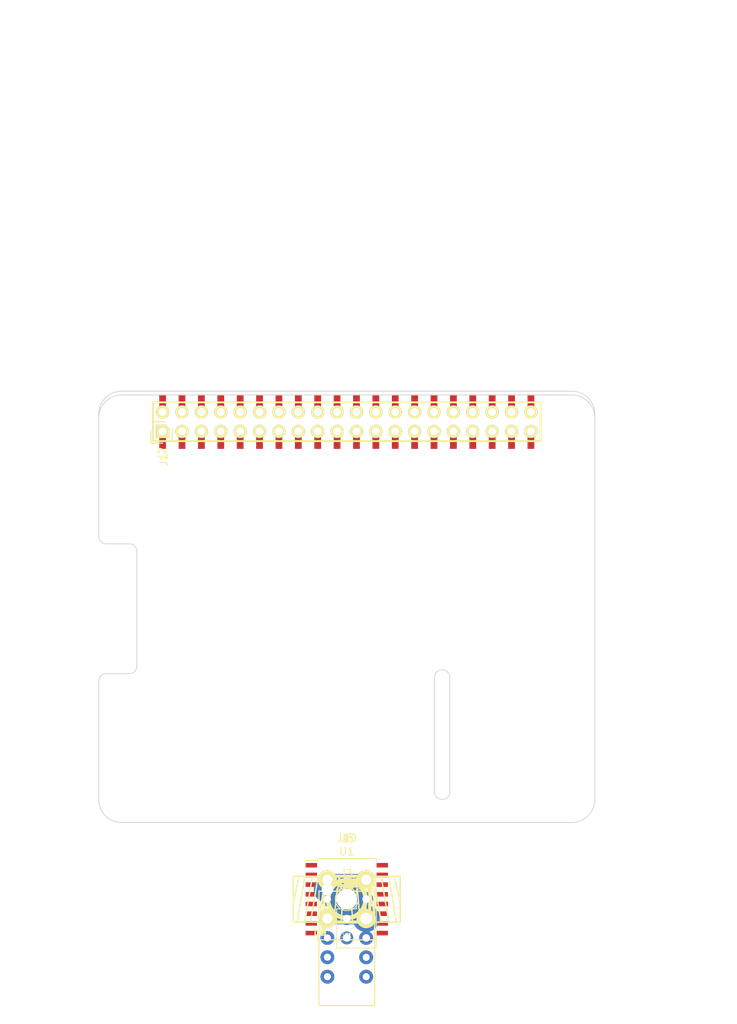
<source format=kicad_pcb>
(kicad_pcb (version 20221018) (generator pcbnew)
  (layers (0 "F.Cu" signal) (31 "B.Cu" signal) (34 "B.Paste" user) (35 "F.Paste" user) (36 "B.SilkS" user "B.Silkscreen") (37 "F.SilkS" user "F.Silkscreen") (38 "B.Mask" user) (39 "F.Mask" user) (44 "Edge.Cuts" user))
  (net 0 "")
  (net 1 "5V")
  (net 2 "GND")
  (net 3 "Net-(C3-Pad1)")
  (net 4 "Net-(C3-Pad2)")
  (net 5 "Net-(C4-Pad1)")
  (net 6 "Net-(C10-Pad1)")
  (net 7 "Net-(C10-Pad2)")
  (net 8 "Net-(C11-Pad1)")
  (net 9 "Net-(C18-Pad1)")
  (net 10 "Net-(C18-Pad2)")
  (net 11 "Net-(C19-Pad1)")
  (net 12 "Net-(J4-Pad2)")
  (net 13 "Net-(J4-Pad4)")
  (net 14 "Net-(J4-Pad6)")
  (net 15 "Net-(J5-Pad32)")
  (net 16 "Net-(J6-Pad2)")
  (net 17 "Net-(J8-Pad1)")
  (net 18 "Net-(J8-Pad2)")
  (net 19 "Net-(J10-Pad1)")
  (net 20 "Net-(J10-Pad2)")
  (net 21 "SCL")
  (net 22 "SDA")
  (net 23 "Net-(R3-Pad2)")
  (net 24 "2.5MHz")
  (net 25 "6MHz")
  (net 26 "12MHz")
  (footprint "RPi_Hat:RPi_Hat_Mounting_Hole" (layer "F.Cu") (at 142.5 53.4)
    (fp_text reference "" hide)
    (fp_text value "" hide)
    (pad "" np_thru_hole circle locked (at 0 0) (size 2.75 2.75) (drill 2.75) (layers "*.Cu" "*.Mask") (clearance 1.725))
  )
  (footprint "RPi_Hat:RPi_Hat_Mounting_Hole" (layer "F.Cu") (at 84.5 53.4)
    (fp_text reference "" hide)
    (fp_text value "" hide)
    (pad "" np_thru_hole circle locked (at 0 0) (size 2.75 2.75) (drill 2.75) (layers "*.Cu" "*.Mask") (clearance 1.725))
  )
  (footprint "RPi_Hat:RPi_Hat_Mounting_Hole" (layer "F.Cu") (at 84.5 102.4)
    (fp_text reference "" hide)
    (fp_text value "" hide)
    (pad "" np_thru_hole circle locked (at 0 0) (size 2.75 2.75) (drill 2.75) (layers "*.Cu" "*.Mask") (clearance 1.725))
  )
  (footprint "RPi_Hat:RPi_Hat_Mounting_Hole" (layer "F.Cu") (at 142.5 102.4)
    (fp_text reference "" hide)
    (fp_text value "" hide)
    (pad "" np_thru_hole circle locked (at 0 0) (size 2.75 2.75) (drill 2.75) (layers "*.Cu" "*.Mask") (clearance 1.725))
  )
  (footprint "RPi_Hat:Pin_Header_Straight_2x20" (layer "F.Cu") (at 113.5 53.4 90)
    (fp_text reference "J2" (at -4.191 -24.13 270) (layer "F.SilkS"))
    (fp_text value "Conn_01x01")
    (pad "1" thru_hole rect locked (at -1.27 -24.13 90) (size 1.7272 1.7272) (drill 1.016) (layers "*.Cu" "*.Mask" "F.SilkS") (net 2 "GND"))
    (pad "2" thru_hole oval locked (at 1.27 -24.13 90) (size 1.7272 1.7272) (drill 1.016) (layers "*.Cu" "*.Mask" "F.SilkS"))
    (pad "3" thru_hole oval locked (at -1.27 -21.59 90) (size 1.7272 1.7272) (drill 1.016) (layers "*.Cu" "*.Mask" "F.SilkS"))
    (pad "4" thru_hole oval locked (at 1.27 -21.59 90) (size 1.7272 1.7272) (drill 1.016) (layers "*.Cu" "*.Mask" "F.SilkS"))
    (pad "5" thru_hole oval locked (at -1.27 -19.05 90) (size 1.7272 1.7272) (drill 1.016) (layers "*.Cu" "*.Mask" "F.SilkS"))
    (pad "6" thru_hole oval locked (at 1.27 -19.05 90) (size 1.7272 1.7272) (drill 1.016) (layers "*.Cu" "*.Mask" "F.SilkS"))
    (pad "7" thru_hole oval locked (at -1.27 -16.51 90) (size 1.7272 1.7272) (drill 1.016) (layers "*.Cu" "*.Mask" "F.SilkS"))
    (pad "8" thru_hole oval locked (at 1.27 -16.51 90) (size 1.7272 1.7272) (drill 1.016) (layers "*.Cu" "*.Mask" "F.SilkS"))
    (pad "9" thru_hole oval locked (at -1.27 -13.97 90) (size 1.7272 1.7272) (drill 1.016) (layers "*.Cu" "*.Mask" "F.SilkS"))
    (pad "10" thru_hole oval locked (at 1.27 -13.97 90) (size 1.7272 1.7272) (drill 1.016) (layers "*.Cu" "*.Mask" "F.SilkS"))
    (pad "11" thru_hole oval locked (at -1.27 -11.43 90) (size 1.7272 1.7272) (drill 1.016) (layers "*.Cu" "*.Mask" "F.SilkS"))
    (pad "12" thru_hole oval locked (at 1.27 -11.43 90) (size 1.7272 1.7272) (drill 1.016) (layers "*.Cu" "*.Mask" "F.SilkS"))
    (pad "13" thru_hole oval locked (at -1.27 -8.89 90) (size 1.7272 1.7272) (drill 1.016) (layers "*.Cu" "*.Mask" "F.SilkS"))
    (pad "14" thru_hole oval locked (at 1.27 -8.89 90) (size 1.7272 1.7272) (drill 1.016) (layers "*.Cu" "*.Mask" "F.SilkS"))
    (pad "15" thru_hole oval locked (at -1.27 -6.35 90) (size 1.7272 1.7272) (drill 1.016) (layers "*.Cu" "*.Mask" "F.SilkS"))
    (pad "16" thru_hole oval locked (at 1.27 -6.35 90) (size 1.7272 1.7272) (drill 1.016) (layers "*.Cu" "*.Mask" "F.SilkS"))
    (pad "17" thru_hole oval locked (at -1.27 -3.81 90) (size 1.7272 1.7272) (drill 1.016) (layers "*.Cu" "*.Mask" "F.SilkS"))
    (pad "18" thru_hole oval locked (at 1.27 -3.81 90) (size 1.7272 1.7272) (drill 1.016) (layers "*.Cu" "*.Mask" "F.SilkS"))
    (pad "19" thru_hole oval locked (at -1.27 -1.27 90) (size 1.7272 1.7272) (drill 1.016) (layers "*.Cu" "*.Mask" "F.SilkS"))
    (pad "20" thru_hole oval locked (at 1.27 -1.27 90) (size 1.7272 1.7272) (drill 1.016) (layers "*.Cu" "*.Mask" "F.SilkS"))
    (pad "21" thru_hole oval locked (at -1.27 1.27 90) (size 1.7272 1.7272) (drill 1.016) (layers "*.Cu" "*.Mask" "F.SilkS"))
    (pad "22" thru_hole oval locked (at 1.27 1.27 90) (size 1.7272 1.7272) (drill 1.016) (layers "*.Cu" "*.Mask" "F.SilkS"))
    (pad "23" thru_hole oval locked (at -1.27 3.81 90) (size 1.7272 1.7272) (drill 1.016) (layers "*.Cu" "*.Mask" "F.SilkS"))
    (pad "24" thru_hole oval locked (at 1.27 3.81 90) (size 1.7272 1.7272) (drill 1.016) (layers "*.Cu" "*.Mask" "F.SilkS"))
    (pad "25" thru_hole oval locked (at -1.27 6.35 90) (size 1.7272 1.7272) (drill 1.016) (layers "*.Cu" "*.Mask" "F.SilkS"))
    (pad "26" thru_hole oval locked (at 1.27 6.35 90) (size 1.7272 1.7272) (drill 1.016) (layers "*.Cu" "*.Mask" "F.SilkS"))
    (pad "27" thru_hole oval locked (at -1.27 8.89 90) (size 1.7272 1.7272) (drill 1.016) (layers "*.Cu" "*.Mask" "F.SilkS"))
    (pad "28" thru_hole oval locked (at 1.27 8.89 90) (size 1.7272 1.7272) (drill 1.016) (layers "*.Cu" "*.Mask" "F.SilkS"))
    (pad "29" thru_hole oval locked (at -1.27 11.43 90) (size 1.7272 1.7272) (drill 1.016) (layers "*.Cu" "*.Mask" "F.SilkS"))
    (pad "30" thru_hole oval locked (at 1.27 11.43 90) (size 1.7272 1.7272) (drill 1.016) (layers "*.Cu" "*.Mask" "F.SilkS"))
    (pad "31" thru_hole oval locked (at -1.27 13.97 90) (size 1.7272 1.7272) (drill 1.016) (layers "*.Cu" "*.Mask" "F.SilkS"))
    (pad "32" thru_hole oval locked (at 1.27 13.97 90) (size 1.7272 1.7272) (drill 1.016) (layers "*.Cu" "*.Mask" "F.SilkS"))
    (pad "33" thru_hole oval locked (at -1.27 16.51 90) (size 1.7272 1.7272) (drill 1.016) (layers "*.Cu" "*.Mask" "F.SilkS"))
    (pad "34" thru_hole oval locked (at 1.27 16.51 90) (size 1.7272 1.7272) (drill 1.016) (layers "*.Cu" "*.Mask" "F.SilkS"))
    (pad "35" thru_hole oval locked (at -1.27 19.05 90) (size 1.7272 1.7272) (drill 1.016) (layers "*.Cu" "*.Mask" "F.SilkS"))
    (pad "36" thru_hole oval locked (at 1.27 19.05 90) (size 1.7272 1.7272) (drill 1.016) (layers "*.Cu" "*.Mask" "F.SilkS"))
    (pad "37" thru_hole oval locked (at -1.27 21.59 90) (size 1.7272 1.7272) (drill 1.016) (layers "*.Cu" "*.Mask" "F.SilkS"))
    (pad "38" thru_hole oval locked (at 1.27 21.59 90) (size 1.7272 1.7272) (drill 1.016) (layers "*.Cu" "*.Mask" "F.SilkS"))
    (pad "39" thru_hole oval locked (at -1.27 24.13 90) (size 1.7272 1.7272) (drill 1.016) (layers "*.Cu" "*.Mask" "F.SilkS"))
    (pad "40" thru_hole oval locked (at 1.27 24.13 90) (size 1.7272 1.7272) (drill 1.016) (layers "*.Cu" "*.Mask" "F.SilkS"))
  )
  (footprint "RPi_Hat:Samtec_HLE-120-02-XXX-DV-BE-XX-XX" (layer "F.Cu") (at 113.5 53.4 90)
    (fp_text reference "J1" (at -5 -24 90) (layer "F.SilkS"))
    (fp_text value "RPi_GPIO")
    (pad "" np_thru_hole circle locked (at -1.27 -24.13) (size 0.9652 0.9652) (drill 0.9652) (layers "*.Cu" "*.Mask" "F.SilkS"))
    (pad "" np_thru_hole circle locked (at -1.27 -21.59) (size 0.9652 0.9652) (drill 0.9652) (layers "*.Cu" "*.Mask" "F.SilkS"))
    (pad "" np_thru_hole circle locked (at -1.27 -19.05) (size 0.9652 0.9652) (drill 0.9652) (layers "*.Cu" "*.Mask" "F.SilkS"))
    (pad "" np_thru_hole circle locked (at -1.27 -16.51) (size 0.9652 0.9652) (drill 0.9652) (layers "*.Cu" "*.Mask" "F.SilkS"))
    (pad "" np_thru_hole circle locked (at -1.27 -13.97) (size 0.9652 0.9652) (drill 0.9652) (layers "*.Cu" "*.Mask" "F.SilkS"))
    (pad "" np_thru_hole circle locked (at -1.27 -11.43) (size 0.9652 0.9652) (drill 0.9652) (layers "*.Cu" "*.Mask" "F.SilkS"))
    (pad "" np_thru_hole circle locked (at -1.27 -8.89) (size 0.9652 0.9652) (drill 0.9652) (layers "*.Cu" "*.Mask" "F.SilkS"))
    (pad "" np_thru_hole circle locked (at -1.27 -6.35) (size 0.9652 0.9652) (drill 0.9652) (layers "*.Cu" "*.Mask" "F.SilkS"))
    (pad "" np_thru_hole circle locked (at -1.27 -3.81) (size 0.9652 0.9652) (drill 0.9652) (layers "*.Cu" "*.Mask" "F.SilkS"))
    (pad "" np_thru_hole circle locked (at -1.27 -1.27) (size 0.9652 0.9652) (drill 0.9652) (layers "*.Cu" "*.Mask" "F.SilkS"))
    (pad "" np_thru_hole circle locked (at -1.27 1.27) (size 0.9652 0.9652) (drill 0.9652) (layers "*.Cu" "*.Mask" "F.SilkS"))
    (pad "" np_thru_hole circle locked (at -1.27 3.81) (size 0.9652 0.9652) (drill 0.9652) (layers "*.Cu" "*.Mask" "F.SilkS"))
    (pad "" np_thru_hole circle locked (at -1.27 6.35) (size 0.9652 0.9652) (drill 0.9652) (layers "*.Cu" "*.Mask" "F.SilkS"))
    (pad "" np_thru_hole circle locked (at -1.27 8.89) (size 0.9652 0.9652) (drill 0.9652) (layers "*.Cu" "*.Mask" "F.SilkS"))
    (pad "" np_thru_hole circle locked (at -1.27 11.43) (size 0.9652 0.9652) (drill 0.9652) (layers "*.Cu" "*.Mask" "F.SilkS"))
    (pad "" np_thru_hole circle locked (at -1.27 13.97) (size 0.9652 0.9652) (drill 0.9652) (layers "*.Cu" "*.Mask" "F.SilkS"))
    (pad "" np_thru_hole circle locked (at -1.27 16.51) (size 0.9652 0.9652) (drill 0.9652) (layers "*.Cu" "*.Mask" "F.SilkS"))
    (pad "" np_thru_hole circle locked (at -1.27 19.05) (size 0.9652 0.9652) (drill 0.9652) (layers "*.Cu" "*.Mask" "F.SilkS"))
    (pad "" np_thru_hole circle locked (at -1.27 21.59) (size 0.9652 0.9652) (drill 0.9652) (layers "*.Cu" "*.Mask" "F.SilkS"))
    (pad "" np_thru_hole circle locked (at -1.27 24.13) (size 0.9652 0.9652) (drill 0.9652) (layers "*.Cu" "*.Mask" "F.SilkS"))
    (pad "" np_thru_hole circle locked (at 0 -22.86) (size 1.778 1.778) (drill 1.778) (layers "*.Cu" "*.Mask" "F.SilkS"))
    (pad "" np_thru_hole circle locked (at 0 22.86) (size 1.778 1.778) (drill 1.778) (layers "*.Cu" "*.Mask" "F.SilkS"))
    (pad "" np_thru_hole circle locked (at 1.27 -24.13) (size 0.9652 0.9652) (drill 0.9652) (layers "*.Cu" "*.Mask" "F.SilkS"))
    (pad "" np_thru_hole circle locked (at 1.27 -21.59) (size 0.9652 0.9652) (drill 0.9652) (layers "*.Cu" "*.Mask" "F.SilkS"))
    (pad "" np_thru_hole circle locked (at 1.27 -19.05) (size 0.9652 0.9652) (drill 0.9652) (layers "*.Cu" "*.Mask" "F.SilkS"))
    (pad "" np_thru_hole circle locked (at 1.27 -16.51) (size 0.9652 0.9652) (drill 0.9652) (layers "*.Cu" "*.Mask" "F.SilkS"))
    (pad "" np_thru_hole circle locked (at 1.27 -13.97) (size 0.9652 0.9652) (drill 0.9652) (layers "*.Cu" "*.Mask" "F.SilkS"))
    (pad "" np_thru_hole circle locked (at 1.27 -11.43) (size 0.9652 0.9652) (drill 0.9652) (layers "*.Cu" "*.Mask" "F.SilkS"))
    (pad "" np_thru_hole circle locked (at 1.27 -8.89) (size 0.9652 0.9652) (drill 0.9652) (layers "*.Cu" "*.Mask" "F.SilkS"))
    (pad "" np_thru_hole circle locked (at 1.27 -6.35) (size 0.9652 0.9652) (drill 0.9652) (layers "*.Cu" "*.Mask" "F.SilkS"))
    (pad "" np_thru_hole circle locked (at 1.27 -3.81) (size 0.9652 0.9652) (drill 0.9652) (layers "*.Cu" "*.Mask" "F.SilkS"))
    (pad "" np_thru_hole circle locked (at 1.27 -1.27) (size 0.9652 0.9652) (drill 0.9652) (layers "*.Cu" "*.Mask" "F.SilkS"))
    (pad "" np_thru_hole circle locked (at 1.27 1.27) (size 0.9652 0.9652) (drill 0.9652) (layers "*.Cu" "*.Mask" "F.SilkS"))
    (pad "" np_thru_hole circle locked (at 1.27 3.81) (size 0.9652 0.9652) (drill 0.9652) (layers "*.Cu" "*.Mask" "F.SilkS"))
    (pad "" np_thru_hole circle locked (at 1.27 6.35) (size 0.9652 0.9652) (drill 0.9652) (layers "*.Cu" "*.Mask" "F.SilkS"))
    (pad "" np_thru_hole circle locked (at 1.27 8.89) (size 0.9652 0.9652) (drill 0.9652) (layers "*.Cu" "*.Mask" "F.SilkS"))
    (pad "" np_thru_hole circle locked (at 1.27 11.43) (size 0.9652 0.9652) (drill 0.9652) (layers "*.Cu" "*.Mask" "F.SilkS"))
    (pad "" np_thru_hole circle locked (at 1.27 13.97) (size 0.9652 0.9652) (drill 0.9652) (layers "*.Cu" "*.Mask" "F.SilkS"))
    (pad "" np_thru_hole circle locked (at 1.27 16.51) (size 0.9652 0.9652) (drill 0.9652) (layers "*.Cu" "*.Mask" "F.SilkS"))
    (pad "" np_thru_hole circle locked (at 1.27 19.05) (size 0.9652 0.9652) (drill 0.9652) (layers "*.Cu" "*.Mask" "F.SilkS"))
    (pad "" np_thru_hole circle locked (at 1.27 21.59) (size 0.9652 0.9652) (drill 0.9652) (layers "*.Cu" "*.Mask" "F.SilkS"))
    (pad "" np_thru_hole circle locked (at 1.27 24.13) (size 0.9652 0.9652) (drill 0.9652) (layers "*.Cu" "*.Mask" "F.SilkS"))
    (pad "1" smd rect locked (at -2.7178 -24.13 180) (size 0.889 1.6764) (layers "F.Cu" "F.Paste" "F.Mask"))
    (pad "2" smd rect locked (at 2.7178 -24.13 180) (size 0.889 1.6764) (layers "F.Cu" "F.Paste" "F.Mask"))
    (pad "3" smd rect locked (at -2.7178 -21.59 180) (size 0.889 1.6764) (layers "F.Cu" "F.Paste" "F.Mask"))
    (pad "4" smd rect locked (at 2.7178 -21.59 180) (size 0.889 1.6764) (layers "F.Cu" "F.Paste" "F.Mask"))
    (pad "5" smd rect locked (at -2.7178 -19.05 180) (size 0.889 1.6764) (layers "F.Cu" "F.Paste" "F.Mask"))
    (pad "6" smd rect locked (at 2.7178 -19.05 180) (size 0.889 1.6764) (layers "F.Cu" "F.Paste" "F.Mask"))
    (pad "7" smd rect locked (at -2.7178 -16.51 180) (size 0.889 1.6764) (layers "F.Cu" "F.Paste" "F.Mask"))
    (pad "8" smd rect locked (at 2.7178 -16.51 180) (size 0.889 1.6764) (layers "F.Cu" "F.Paste" "F.Mask"))
    (pad "9" smd rect locked (at -2.7178 -13.97 180) (size 0.889 1.6764) (layers "F.Cu" "F.Paste" "F.Mask"))
    (pad "10" smd rect locked (at 2.7178 -13.97 180) (size 0.889 1.6764) (layers "F.Cu" "F.Paste" "F.Mask"))
    (pad "11" smd rect locked (at -2.7178 -11.43 180) (size 0.889 1.6764) (layers "F.Cu" "F.Paste" "F.Mask"))
    (pad "12" smd rect locked (at 2.7178 -11.43 180) (size 0.889 1.6764) (layers "F.Cu" "F.Paste" "F.Mask"))
    (pad "13" smd rect locked (at -2.7178 -8.89 180) (size 0.889 1.6764) (layers "F.Cu" "F.Paste" "F.Mask"))
    (pad "14" smd rect locked (at 2.7178 -8.89 180) (size 0.889 1.6764) (layers "F.Cu" "F.Paste" "F.Mask"))
    (pad "15" smd rect locked (at -2.7178 -6.35 180) (size 0.889 1.6764) (layers "F.Cu" "F.Paste" "F.Mask"))
    (pad "16" smd rect locked (at 2.7178 -6.35 180) (size 0.889 1.6764) (layers "F.Cu" "F.Paste" "F.Mask"))
    (pad "17" smd rect locked (at -2.7178 -3.81 180) (size 0.889 1.6764) (layers "F.Cu" "F.Paste" "F.Mask"))
    (pad "18" smd rect locked (at 2.7178 -3.81 180) (size 0.889 1.6764) (layers "F.Cu" "F.Paste" "F.Mask"))
    (pad "19" smd rect locked (at -2.7178 -1.27 180) (size 0.889 1.6764) (layers "F.Cu" "F.Paste" "F.Mask"))
    (pad "20" smd rect locked (at 2.7178 -1.27 180) (size 0.889 1.6764) (layers "F.Cu" "F.Paste" "F.Mask"))
    (pad "21" smd rect locked (at -2.7178 1.27 180) (size 0.889 1.6764) (layers "F.Cu" "F.Paste" "F.Mask"))
    (pad "22" smd rect locked (at 2.7178 1.27 180) (size 0.889 1.6764) (layers "F.Cu" "F.Paste" "F.Mask"))
    (pad "23" smd rect locked (at -2.7178 3.81 180) (size 0.889 1.6764) (layers "F.Cu" "F.Paste" "F.Mask"))
    (pad "24" smd rect locked (at 2.7178 3.81 180) (size 0.889 1.6764) (layers "F.Cu" "F.Paste" "F.Mask"))
    (pad "25" smd rect locked (at -2.7178 6.35 180) (size 0.889 1.6764) (layers "F.Cu" "F.Paste" "F.Mask"))
    (pad "26" smd rect locked (at 2.7178 6.35 180) (size 0.889 1.6764) (layers "F.Cu" "F.Paste" "F.Mask"))
    (pad "27" smd rect locked (at -2.7178 8.89 180) (size 0.889 1.6764) (layers "F.Cu" "F.Paste" "F.Mask"))
    (pad "28" smd rect locked (at 2.7178 8.89 180) (size 0.889 1.6764) (layers "F.Cu" "F.Paste" "F.Mask"))
    (pad "29" smd rect locked (at -2.7178 11.43 180) (size 0.889 1.6764) (layers "F.Cu" "F.Paste" "F.Mask"))
    (pad "30" smd rect locked (at 2.7178 11.43 180) (size 0.889 1.6764) (layers "F.Cu" "F.Paste" "F.Mask"))
    (pad "31" smd rect locked (at -2.7178 13.97 180) (size 0.889 1.6764) (layers "F.Cu" "F.Paste" "F.Mask"))
    (pad "32" smd rect locked (at 2.7178 13.97 180) (size 0.889 1.6764) (layers "F.Cu" "F.Paste" "F.Mask"))
    (pad "33" smd rect locked (at -2.7178 16.51 180) (size 0.889 1.6764) (layers "F.Cu" "F.Paste" "F.Mask"))
    (pad "34" smd rect locked (at 2.7178 16.51 180) (size 0.889 1.6764) (layers "F.Cu" "F.Paste" "F.Mask"))
    (pad "35" smd rect locked (at -2.7178 19.05 180) (size 0.889 1.6764) (layers "F.Cu" "F.Paste" "F.Mask"))
    (pad "36" smd rect locked (at 2.7178 19.05 180) (size 0.889 1.6764) (layers "F.Cu" "F.Paste" "F.Mask"))
    (pad "37" smd rect locked (at -2.7178 21.59 180) (size 0.889 1.6764) (layers "F.Cu" "F.Paste" "F.Mask"))
    (pad "38" smd rect locked (at 2.7178 21.59 180) (size 0.889 1.6764) (layers "F.Cu" "F.Paste" "F.Mask"))
    (pad "39" smd rect locked (at -2.7178 24.13 180) (size 0.889 1.6764) (layers "F.Cu" "F.Paste" "F.Mask"))
    (pad "40" smd rect locked (at 2.7178 24.13 180) (size 0.889 1.6764) (layers "F.Cu" "F.Paste" "F.Mask"))
  )
  (footprint "Capacitor_SMD:C_1206_3216Metric_Pad1.24x1.80mm_HandSolder" (layer "F.Cu") (at 113.5 115.950001)
    (fp_text reference "C1" (at 0 -2.05) (layer "F.SilkS"))
    (fp_text value "C_Small")
    (pad "1" smd rect (at -1.5925 0) (size 1.245 1.8) (layers "F.Cu" "F.Paste" "F.Mask") (net 1 "5V"))
    (pad "2" smd rect (at 1.5925 0) (size 1.245 1.8) (layers "F.Cu" "F.Paste" "F.Mask") (net 2 "GND"))
  )
  (footprint "Capacitor_SMD:C_1206_3216Metric_Pad1.24x1.80mm_HandSolder" (layer "F.Cu") (at 113.5 115.950001)
    (fp_text reference "C2" (at 0 -2.05) (layer "F.SilkS"))
    (fp_text value "C_Small")
    (pad "1" smd rect (at -1.5925 0) (size 1.245 1.8) (layers "F.Cu" "F.Paste" "F.Mask") (net 2 "GND"))
    (pad "2" smd rect (at 1.5925 0) (size 1.245 1.8) (layers "F.Cu" "F.Paste" "F.Mask") (net 1 "5V"))
  )
  (footprint "Capacitor_SMD:C_1206_3216Metric_Pad1.24x1.80mm_HandSolder" (layer "F.Cu") (at 113.5 115.950001)
    (fp_text reference "C3" (at 0 -2.05) (layer "F.SilkS"))
    (fp_text value "C_Small")
    (pad "1" smd rect (at -1.5925 0) (size 1.245 1.8) (layers "F.Cu" "F.Paste" "F.Mask") (net 3 "Net-(C3-Pad1)"))
    (pad "2" smd rect (at 1.5925 0) (size 1.245 1.8) (layers "F.Cu" "F.Paste" "F.Mask") (net 4 "Net-(C3-Pad2)"))
  )
  (footprint "Capacitor_SMD:C_1206_3216Metric_Pad1.24x1.80mm_HandSolder" (layer "F.Cu") (at 113.5 115.950001)
    (fp_text reference "C4" (at 0 -2.05) (layer "F.SilkS"))
    (fp_text value "C_Small")
    (pad "1" smd rect (at -1.5925 0) (size 1.245 1.8) (layers "F.Cu" "F.Paste" "F.Mask") (net 5 "Net-(C4-Pad1)"))
    (pad "2" smd rect (at 1.5925 0) (size 1.245 1.8) (layers "F.Cu" "F.Paste" "F.Mask") (net 3 "Net-(C3-Pad1)"))
  )
  (footprint "Capacitor_SMD:C_1206_3216Metric_Pad1.24x1.80mm_HandSolder" (layer "F.Cu") (at 113.5 115.950001)
    (fp_text reference "C5" (at 0 -2.05) (layer "F.SilkS"))
    (fp_text value "C_Small")
    (pad "1" smd rect (at -1.5925 0) (size 1.245 1.8) (layers "F.Cu" "F.Paste" "F.Mask") (net 4 "Net-(C3-Pad2)"))
    (pad "2" smd rect (at 1.5925 0) (size 1.245 1.8) (layers "F.Cu" "F.Paste" "F.Mask") (net 2 "GND"))
  )
  (footprint "Capacitor_SMD:C_1206_3216Metric_Pad1.24x1.80mm_HandSolder" (layer "F.Cu") (at 113.5 115.950001)
    (fp_text reference "C6" (at 0 -2.05) (layer "F.SilkS"))
    (fp_text value "C_Small")
    (pad "1" smd rect (at -1.5925 0) (size 1.245 1.8) (layers "F.Cu" "F.Paste" "F.Mask") (net 3 "Net-(C3-Pad1)"))
    (pad "2" smd rect (at 1.5925 0) (size 1.245 1.8) (layers "F.Cu" "F.Paste" "F.Mask") (net 2 "GND"))
  )
  (footprint "Capacitor_SMD:C_1206_3216Metric_Pad1.24x1.80mm_HandSolder" (layer "F.Cu") (at 113.5 115.950001)
    (fp_text reference "C7" (at 0 -2.05) (layer "F.SilkS"))
    (fp_text value "C_Small")
    (pad "1" smd rect (at -1.5925 0) (size 1.245 1.8) (layers "F.Cu" "F.Paste" "F.Mask") (net 5 "Net-(C4-Pad1)"))
    (pad "2" smd rect (at 1.5925 0) (size 1.245 1.8) (layers "F.Cu" "F.Paste" "F.Mask") (net 2 "GND"))
  )
  (footprint "Capacitor_SMD:C_1206_3216Metric_Pad1.24x1.80mm_HandSolder" (layer "F.Cu") (at 113.5 115.950001)
    (fp_text reference "C8" (at 0 -2.05) (layer "F.SilkS"))
    (fp_text value "C_Small")
    (pad "1" smd rect (at -1.5925 0) (size 1.245 1.8) (layers "F.Cu" "F.Paste" "F.Mask") (net 1 "5V"))
    (pad "2" smd rect (at 1.5925 0) (size 1.245 1.8) (layers "F.Cu" "F.Paste" "F.Mask") (net 2 "GND"))
  )
  (footprint "Capacitor_SMD:C_1206_3216Metric_Pad1.24x1.80mm_HandSolder" (layer "F.Cu") (at 113.5 115.950001)
    (fp_text reference "C9" (at 0 -2.05) (layer "F.SilkS"))
    (fp_text value "C_Small")
    (pad "1" smd rect (at -1.5925 0) (size 1.245 1.8) (layers "F.Cu" "F.Paste" "F.Mask") (net 2 "GND"))
    (pad "2" smd rect (at 1.5925 0) (size 1.245 1.8) (layers "F.Cu" "F.Paste" "F.Mask") (net 1 "5V"))
  )
  (footprint "Capacitor_SMD:C_1206_3216Metric_Pad1.24x1.80mm_HandSolder" (layer "F.Cu") (at 113.5 115.950001)
    (fp_text reference "C10" (at 0 -2.05) (layer "F.SilkS"))
    (fp_text value "C_Small")
    (pad "1" smd rect (at -1.5925 0) (size 1.245 1.8) (layers "F.Cu" "F.Paste" "F.Mask") (net 6 "Net-(C10-Pad1)"))
    (pad "2" smd rect (at 1.5925 0) (size 1.245 1.8) (layers "F.Cu" "F.Paste" "F.Mask") (net 7 "Net-(C10-Pad2)"))
  )
  (footprint "Capacitor_SMD:C_1206_3216Metric_Pad1.24x1.80mm_HandSolder" (layer "F.Cu") (at 113.5 115.950001)
    (fp_text reference "C11" (at 0 -2.05) (layer "F.SilkS"))
    (fp_text value "C_Small")
    (pad "1" smd rect (at -1.5925 0) (size 1.245 1.8) (layers "F.Cu" "F.Paste" "F.Mask") (net 8 "Net-(C11-Pad1)"))
    (pad "2" smd rect (at 1.5925 0) (size 1.245 1.8) (layers "F.Cu" "F.Paste" "F.Mask") (net 6 "Net-(C10-Pad1)"))
  )
  (footprint "Capacitor_SMD:C_1206_3216Metric_Pad1.24x1.80mm_HandSolder" (layer "F.Cu") (at 113.5 115.950001)
    (fp_text reference "C12" (at 0 -2.05) (layer "F.SilkS"))
    (fp_text value "100n")
    (pad "1" smd rect (at -1.5925 0) (size 1.245 1.8) (layers "F.Cu" "F.Paste" "F.Mask") (net 2 "GND"))
    (pad "2" smd rect (at 1.5925 0) (size 1.245 1.8) (layers "F.Cu" "F.Paste" "F.Mask") (net 1 "5V"))
  )
  (footprint "Capacitor_SMD:C_1206_3216Metric_Pad1.24x1.80mm_HandSolder" (layer "F.Cu") (at 113.5 115.950001)
    (fp_text reference "C13" (at 0 -2.05) (layer "F.SilkS"))
    (fp_text value "C_Small")
    (pad "1" smd rect (at -1.5925 0) (size 1.245 1.8) (layers "F.Cu" "F.Paste" "F.Mask") (net 7 "Net-(C10-Pad2)"))
    (pad "2" smd rect (at 1.5925 0) (size 1.245 1.8) (layers "F.Cu" "F.Paste" "F.Mask") (net 2 "GND"))
  )
  (footprint "Capacitor_SMD:C_1206_3216Metric_Pad1.24x1.80mm_HandSolder" (layer "F.Cu") (at 113.5 115.950001)
    (fp_text reference "C14" (at 0 -2.05) (layer "F.SilkS"))
    (fp_text value "C_Small")
    (pad "1" smd rect (at -1.5925 0) (size 1.245 1.8) (layers "F.Cu" "F.Paste" "F.Mask") (net 6 "Net-(C10-Pad1)"))
    (pad "2" smd rect (at 1.5925 0) (size 1.245 1.8) (layers "F.Cu" "F.Paste" "F.Mask") (net 2 "GND"))
  )
  (footprint "Capacitor_SMD:C_1206_3216Metric_Pad1.24x1.80mm_HandSolder" (layer "F.Cu") (at 113.5 115.950001)
    (fp_text reference "C15" (at 0 -2.05) (layer "F.SilkS"))
    (fp_text value "C_Small")
    (pad "1" smd rect (at -1.5925 0) (size 1.245 1.8) (layers "F.Cu" "F.Paste" "F.Mask") (net 8 "Net-(C11-Pad1)"))
    (pad "2" smd rect (at 1.5925 0) (size 1.245 1.8) (layers "F.Cu" "F.Paste" "F.Mask") (net 2 "GND"))
  )
  (footprint "Capacitor_SMD:C_1206_3216Metric_Pad1.24x1.80mm_HandSolder" (layer "F.Cu") (at 113.5 115.950001)
    (fp_text reference "C16" (at 0 -2.05) (layer "F.SilkS"))
    (fp_text value "C_Small")
    (pad "1" smd rect (at -1.5925 0) (size 1.245 1.8) (layers "F.Cu" "F.Paste" "F.Mask") (net 1 "5V"))
    (pad "2" smd rect (at 1.5925 0) (size 1.245 1.8) (layers "F.Cu" "F.Paste" "F.Mask") (net 2 "GND"))
  )
  (footprint "Capacitor_SMD:C_1206_3216Metric_Pad1.24x1.80mm_HandSolder" (layer "F.Cu") (at 113.5 115.950001)
    (fp_text reference "C17" (at 0 -2.05) (layer "F.SilkS"))
    (fp_text value "C_Small")
    (pad "1" smd rect (at -1.5925 0) (size 1.245 1.8) (layers "F.Cu" "F.Paste" "F.Mask") (net 2 "GND"))
    (pad "2" smd rect (at 1.5925 0) (size 1.245 1.8) (layers "F.Cu" "F.Paste" "F.Mask") (net 1 "5V"))
  )
  (footprint "Capacitor_SMD:C_1206_3216Metric_Pad1.24x1.80mm_HandSolder" (layer "F.Cu") (at 113.5 115.950001)
    (fp_text reference "C18" (at 0 -2.05) (layer "F.SilkS"))
    (fp_text value "C_Small")
    (pad "1" smd rect (at -1.5925 0) (size 1.245 1.8) (layers "F.Cu" "F.Paste" "F.Mask") (net 9 "Net-(C18-Pad1)"))
    (pad "2" smd rect (at 1.5925 0) (size 1.245 1.8) (layers "F.Cu" "F.Paste" "F.Mask") (net 10 "Net-(C18-Pad2)"))
  )
  (footprint "Capacitor_SMD:C_1206_3216Metric_Pad1.24x1.80mm_HandSolder" (layer "F.Cu") (at 113.5 115.950001)
    (fp_text reference "C19" (at 0 -2.05) (layer "F.SilkS"))
    (fp_text value "C_Small")
    (pad "1" smd rect (at -1.5925 0) (size 1.245 1.8) (layers "F.Cu" "F.Paste" "F.Mask") (net 11 "Net-(C19-Pad1)"))
    (pad "2" smd rect (at 1.5925 0) (size 1.245 1.8) (layers "F.Cu" "F.Paste" "F.Mask") (net 9 "Net-(C18-Pad1)"))
  )
  (footprint "Capacitor_SMD:C_1206_3216Metric_Pad1.24x1.80mm_HandSolder" (layer "F.Cu") (at 113.5 115.950001)
    (fp_text reference "C20" (at 0 -2.05) (layer "F.SilkS"))
    (fp_text value "C_Small")
    (pad "1" smd rect (at -1.5925 0) (size 1.245 1.8) (layers "F.Cu" "F.Paste" "F.Mask") (net 10 "Net-(C18-Pad2)"))
    (pad "2" smd rect (at 1.5925 0) (size 1.245 1.8) (layers "F.Cu" "F.Paste" "F.Mask") (net 2 "GND"))
  )
  (footprint "Capacitor_SMD:C_1206_3216Metric_Pad1.24x1.80mm_HandSolder" (layer "F.Cu") (at 113.5 115.950001)
    (fp_text reference "C21" (at 0 -2.05) (layer "F.SilkS"))
    (fp_text value "C_Small")
    (pad "1" smd rect (at -1.5925 0) (size 1.245 1.8) (layers "F.Cu" "F.Paste" "F.Mask") (net 9 "Net-(C18-Pad1)"))
    (pad "2" smd rect (at 1.5925 0) (size 1.245 1.8) (layers "F.Cu" "F.Paste" "F.Mask") (net 2 "GND"))
  )
  (footprint "Capacitor_SMD:C_1206_3216Metric_Pad1.24x1.80mm_HandSolder" (layer "F.Cu") (at 113.5 115.950001)
    (fp_text reference "C22" (at 0 -2.05) (layer "F.SilkS"))
    (fp_text value "C_Small")
    (pad "1" smd rect (at -1.5925 0) (size 1.245 1.8) (layers "F.Cu" "F.Paste" "F.Mask") (net 11 "Net-(C19-Pad1)"))
    (pad "2" smd rect (at 1.5925 0) (size 1.245 1.8) (layers "F.Cu" "F.Paste" "F.Mask") (net 2 "GND"))
  )
  (footprint "MountingHole:MountingHole_2.7mm_M2.5_DIN965_Pad" (layer "F.Cu") (at 113.5 115.950001)
    (fp_text reference "J3" (at 0 -3.35) (layer "F.SilkS"))
    (fp_text value "Conn_01x01")
    (pad "1" thru_hole circle (at 0 0) (size 4.7 4.7) (drill 2.7) (layers "*.Cu" "*.Mask") (net 2 "GND"))
  )
  (footprint "Connector_PinHeader_2.54mm:PinHeader_2x03_P2.54mm_Vertical" (layer "F.Cu") (at 113.5 115.950001)
    (fp_text reference "J4" (at 1.27 -2.33) (layer "F.SilkS"))
    (fp_text value "Conn_02x03_Odd_Even")
    (pad "1" thru_hole rect (at 0 0) (size 1.7 1.7) (drill 1) (layers "*.Cu" "*.Mask") (net 1 "5V"))
    (pad "2" thru_hole oval (at 2.54 0) (size 1.7 1.7) (drill 1) (layers "*.Cu" "*.Mask") (net 12 "Net-(J4-Pad2)"))
    (pad "3" thru_hole oval (at 0 2.54) (size 1.7 1.7) (drill 1) (layers "*.Cu" "*.Mask") (net 1 "5V"))
    (pad "4" thru_hole oval (at 2.54 2.54) (size 1.7 1.7) (drill 1) (layers "*.Cu" "*.Mask") (net 13 "Net-(J4-Pad4)"))
    (pad "5" thru_hole oval (at 0 5.08) (size 1.7 1.7) (drill 1) (layers "*.Cu" "*.Mask") (net 1 "5V"))
    (pad "6" thru_hole oval (at 2.54 5.08) (size 1.7 1.7) (drill 1) (layers "*.Cu" "*.Mask") (net 14 "Net-(J4-Pad6)"))
  )
  (footprint "SMA_PINS:SMA_EDGE_NRW" (layer "F.Cu") (at 113.5 115.950001)
    (fp_text reference "J6" (at 0 -8) (layer "F.SilkS"))
    (fp_text value "Conn_Coaxial" hide)
    (pad "1" smd rect (at 0 0) (size 4 1.4) (layers "F.Cu" "F.Paste" "F.Mask") (net 15 "Net-(J5-Pad32)"))
    (pad "2" smd rect (at 0 -2.54) (size 4 1.5) (layers "F.Cu" "F.Paste" "F.Mask") (net 16 "Net-(J6-Pad2)"))
    (pad "2" smd rect (at 0 -2.54) (size 4 1.5) (layers "B.Cu" "B.Paste" "B.Mask") (net 16 "Net-(J6-Pad2)"))
    (pad "2" smd rect (at 0 2.54) (size 4 1.5) (layers "F.Cu" "F.Paste" "F.Mask") (net 16 "Net-(J6-Pad2)"))
    (pad "2" smd rect (at 0 2.54) (size 4 1.5) (layers "B.Cu" "B.Paste" "B.Mask") (net 16 "Net-(J6-Pad2)"))
  )
  (footprint "SMA_PINS:SMA_PINS" (layer "F.Cu") (at 113.5 115.950001)
    (fp_text reference "J7" (at 0 4.75) (layer "F.SilkS") (effects (font (size 0.5 0.5) (thickness 0.1))))
    (fp_text value "Conn_Coaxial" hide)
    (pad "1" thru_hole circle (at 0 0) (size 1.99898 1.99898) (drill 1.30048) (layers "*.Cu" "*.Mask" "F.SilkS") (net 15 "Net-(J5-Pad32)") (clearance 0.09906))
    (pad "2" thru_hole circle (at -2.54 -2.54) (size 2.49936 2.49936) (drill 1.30048) (layers "*.Cu" "*.Mask" "F.SilkS") (net 16 "Net-(J6-Pad2)"))
    (pad "2" thru_hole circle (at -2.54 2.54) (size 2.49936 2.49936) (drill 1.30048) (layers "*.Cu" "*.Mask" "F.SilkS") (net 16 "Net-(J6-Pad2)"))
    (pad "2" thru_hole circle (at 2.54 -2.54) (size 2.49936 2.49936) (drill 1.30048) (layers "*.Cu" "*.Mask" "F.SilkS") (net 16 "Net-(J6-Pad2)"))
    (pad "2" thru_hole circle (at 2.54 2.54) (size 2.49936 2.49936) (drill 1.30048) (layers "*.Cu" "*.Mask" "F.SilkS") (net 16 "Net-(J6-Pad2)"))
  )
  (footprint "SMA_PINS:SMA_EDGE_NRW" (layer "F.Cu") (at 113.5 115.950001)
    (fp_text reference "J8" (at 0 -8) (layer "F.SilkS"))
    (fp_text value "Conn_Coaxial" hide)
    (pad "1" smd rect (at 0 0) (size 4 1.4) (layers "F.Cu" "F.Paste" "F.Mask") (net 17 "Net-(J8-Pad1)"))
    (pad "2" smd rect (at 0 -2.54) (size 4 1.5) (layers "F.Cu" "F.Paste" "F.Mask") (net 18 "Net-(J8-Pad2)"))
    (pad "2" smd rect (at 0 -2.54) (size 4 1.5) (layers "B.Cu" "B.Paste" "B.Mask") (net 18 "Net-(J8-Pad2)"))
    (pad "2" smd rect (at 0 2.54) (size 4 1.5) (layers "F.Cu" "F.Paste" "F.Mask") (net 18 "Net-(J8-Pad2)"))
    (pad "2" smd rect (at 0 2.54) (size 4 1.5) (layers "B.Cu" "B.Paste" "B.Mask") (net 18 "Net-(J8-Pad2)"))
  )
  (footprint "SMA_PINS:SMA_PINS" (layer "F.Cu") (at 113.5 115.950001)
    (fp_text reference "J9" (at 0 4.75) (layer "F.SilkS") (effects (font (size 0.5 0.5) (thickness 0.1))))
    (fp_text value "Conn_Coaxial" hide)
    (pad "1" thru_hole circle (at 0 0) (size 1.99898 1.99898) (drill 1.30048) (layers "*.Cu" "*.Mask" "F.SilkS") (net 17 "Net-(J8-Pad1)") (clearance 0.09906))
    (pad "2" thru_hole circle (at -2.54 -2.54) (size 2.49936 2.49936) (drill 1.30048) (layers "*.Cu" "*.Mask" "F.SilkS") (net 18 "Net-(J8-Pad2)"))
    (pad "2" thru_hole circle (at -2.54 2.54) (size 2.49936 2.49936) (drill 1.30048) (layers "*.Cu" "*.Mask" "F.SilkS") (net 18 "Net-(J8-Pad2)"))
    (pad "2" thru_hole circle (at 2.54 -2.54) (size 2.49936 2.49936) (drill 1.30048) (layers "*.Cu" "*.Mask" "F.SilkS") (net 18 "Net-(J8-Pad2)"))
    (pad "2" thru_hole circle (at 2.54 2.54) (size 2.49936 2.49936) (drill 1.30048) (layers "*.Cu" "*.Mask" "F.SilkS") (net 18 "Net-(J8-Pad2)"))
  )
  (footprint "SMA_PINS:SMA_EDGE_NRW" (layer "F.Cu") (at 113.5 115.950001)
    (fp_text reference "J10" (at 0 -8) (layer "F.SilkS"))
    (fp_text value "Conn_Coaxial" hide)
    (pad "1" smd rect (at 0 0) (size 4 1.4) (layers "F.Cu" "F.Paste" "F.Mask") (net 19 "Net-(J10-Pad1)"))
    (pad "2" smd rect (at 0 -2.54) (size 4 1.5) (layers "F.Cu" "F.Paste" "F.Mask") (net 20 "Net-(J10-Pad2)"))
    (pad "2" smd rect (at 0 -2.54) (size 4 1.5) (layers "B.Cu" "B.Paste" "B.Mask") (net 20 "Net-(J10-Pad2)"))
    (pad "2" smd rect (at 0 2.54) (size 4 1.5) (layers "F.Cu" "F.Paste" "F.Mask") (net 20 "Net-(J10-Pad2)"))
    (pad "2" smd rect (at 0 2.54) (size 4 1.5) (layers "B.Cu" "B.Paste" "B.Mask") (net 20 "Net-(J10-Pad2)"))
  )
  (footprint "SMA_PINS:SMA_PINS" (layer "F.Cu") (at 113.5 115.950001)
    (fp_text reference "J11" (at 0 4.75) (layer "F.SilkS") (effects (font (size 0.5 0.5) (thickness 0.1))))
    (fp_text value "Conn_Coaxial" hide)
    (pad "1" thru_hole circle (at 0 0) (size 1.99898 1.99898) (drill 1.30048) (layers "*.Cu" "*.Mask" "F.SilkS") (net 19 "Net-(J10-Pad1)") (clearance 0.09906))
    (pad "2" thru_hole circle (at -2.54 -2.54) (size 2.49936 2.49936) (drill 1.30048) (layers "*.Cu" "*.Mask" "F.SilkS") (net 20 "Net-(J10-Pad2)"))
    (pad "2" thru_hole circle (at -2.54 2.54) (size 2.49936 2.49936) (drill 1.30048) (layers "*.Cu" "*.Mask" "F.SilkS") (net 20 "Net-(J10-Pad2)"))
    (pad "2" thru_hole circle (at 2.54 -2.54) (size 2.49936 2.49936) (drill 1.30048) (layers "*.Cu" "*.Mask" "F.SilkS") (net 20 "Net-(J10-Pad2)"))
    (pad "2" thru_hole circle (at 2.54 2.54) (size 2.49936 2.49936) (drill 1.30048) (layers "*.Cu" "*.Mask" "F.SilkS") (net 20 "Net-(J10-Pad2)"))
  )
  (footprint "T50:T50_V_THT" (layer "F.Cu") (at 113.5 115.950001)
    (fp_text reference "L1" (at -3.5 4.25) (layer "F.SilkS") (effects (font (thickness 0.125))))
    (fp_text value "L_Small")
    (pad "1" thru_hole circle (at -2.54 -1.27) (size 3.5 3.5) (drill 1.5) (layers "*.Cu" "*.Mask") (net 4 "Net-(C3-Pad2)"))
    (pad "2" thru_hole circle (at 2.54 2.54) (size 3.5 3.5) (drill 1.5) (layers "*.Cu" "*.Mask") (net 3 "Net-(C3-Pad1)"))
  )
  (footprint "T50:T50_V_THT" (layer "F.Cu") (at 113.5 115.950001)
    (fp_text reference "L2" (at -3.5 4.25) (layer "F.SilkS") (effects (font (thickness 0.125))))
    (fp_text value "L_Small")
    (pad "1" thru_hole circle (at -2.54 -1.27) (size 3.5 3.5) (drill 1.5) (layers "*.Cu" "*.Mask") (net 3 "Net-(C3-Pad1)"))
    (pad "2" thru_hole circle (at 2.54 2.54) (size 3.5 3.5) (drill 1.5) (layers "*.Cu" "*.Mask") (net 5 "Net-(C4-Pad1)"))
  )
  (footprint "T50:T50_V_THT" (layer "F.Cu") (at 113.5 115.950001)
    (fp_text reference "L3" (at -3.5 4.25) (layer "F.SilkS") (effects (font (thickness 0.125))))
    (fp_text value "L_Small")
    (pad "1" thru_hole circle (at -2.54 -1.27) (size 3.5 3.5) (drill 1.5) (layers "*.Cu" "*.Mask") (net 7 "Net-(C10-Pad2)"))
    (pad "2" thru_hole circle (at 2.54 2.54) (size 3.5 3.5) (drill 1.5) (layers "*.Cu" "*.Mask") (net 6 "Net-(C10-Pad1)"))
  )
  (footprint "T50:T50_V_THT" (layer "F.Cu") (at 113.5 115.950001)
    (fp_text reference "L4" (at -3.5 4.25) (layer "F.SilkS") (effects (font (thickness 0.125))))
    (fp_text value "L_Small")
    (pad "1" thru_hole circle (at -2.54 -1.27) (size 3.5 3.5) (drill 1.5) (layers "*.Cu" "*.Mask") (net 6 "Net-(C10-Pad1)"))
    (pad "2" thru_hole circle (at 2.54 2.54) (size 3.5 3.5) (drill 1.5) (layers "*.Cu" "*.Mask") (net 8 "Net-(C11-Pad1)"))
  )
  (footprint "T50:T50_V_THT" (layer "F.Cu") (at 113.5 115.950001)
    (fp_text reference "L5" (at -3.5 4.25) (layer "F.SilkS") (effects (font (thickness 0.125))))
    (fp_text value "L_Small")
    (pad "1" thru_hole circle (at -2.54 -1.27) (size 3.5 3.5) (drill 1.5) (layers "*.Cu" "*.Mask") (net 10 "Net-(C18-Pad2)"))
    (pad "2" thru_hole circle (at 2.54 2.54) (size 3.5 3.5) (drill 1.5) (layers "*.Cu" "*.Mask") (net 9 "Net-(C18-Pad1)"))
  )
  (footprint "T50:T50_V_THT" (layer "F.Cu") (at 113.5 115.950001)
    (fp_text reference "L6" (at -3.5 4.25) (layer "F.SilkS") (effects (font (thickness 0.125))))
    (fp_text value "L_Small")
    (pad "1" thru_hole circle (at -2.54 -1.27) (size 3.5 3.5) (drill 1.5) (layers "*.Cu" "*.Mask") (net 9 "Net-(C18-Pad1)"))
    (pad "2" thru_hole circle (at 2.54 2.54) (size 3.5 3.5) (drill 1.5) (layers "*.Cu" "*.Mask") (net 11 "Net-(C19-Pad1)"))
  )
  (footprint "Resistor_SMD:R_0805_2012Metric_Pad1.15x1.50mm_HandSolder" (layer "F.Cu") (at 113.5 115.950001)
    (fp_text reference "R1" (at 0 -1.85) (layer "F.SilkS"))
    (fp_text value "4k7")
    (pad "1" smd rect (at -1.0425 0) (size 1.145 1.5) (layers "F.Cu" "F.Paste" "F.Mask") (net 1 "5V"))
    (pad "2" smd rect (at 1.0425 0) (size 1.145 1.5) (layers "F.Cu" "F.Paste" "F.Mask") (net 21 "SCL"))
  )
  (footprint "Resistor_SMD:R_0805_2012Metric_Pad1.15x1.50mm_HandSolder" (layer "F.Cu") (at 113.5 115.950001)
    (fp_text reference "R2" (at 0 -1.85) (layer "F.SilkS"))
    (fp_text value "4k7")
    (pad "1" smd rect (at -1.0425 0) (size 1.145 1.5) (layers "F.Cu" "F.Paste" "F.Mask") (net 1 "5V"))
    (pad "2" smd rect (at 1.0425 0) (size 1.145 1.5) (layers "F.Cu" "F.Paste" "F.Mask") (net 22 "SDA"))
  )
  (footprint "Resistor_SMD:R_0805_2012Metric_Pad1.15x1.50mm_HandSolder" (layer "F.Cu") (at 113.5 115.950001)
    (fp_text reference "R3" (at 0 -1.85) (layer "F.SilkS"))
    (fp_text value "4k7")
    (pad "1" smd rect (at -1.0425 0) (size 1.145 1.5) (layers "F.Cu" "F.Paste" "F.Mask") (net 1 "5V"))
    (pad "2" smd rect (at 1.0425 0) (size 1.145 1.5) (layers "F.Cu" "F.Paste" "F.Mask") (net 23 "Net-(R3-Pad2)"))
  )
  (footprint "Resistor_SMD:R_0805_2012Metric_Pad1.15x1.50mm_HandSolder" (layer "F.Cu") (at 113.5 115.950001)
    (fp_text reference "R4" (at 0 -1.85) (layer "F.SilkS"))
    (fp_text value "4k7")
    (pad "1" smd rect (at -1.0425 0) (size 1.145 1.5) (layers "F.Cu" "F.Paste" "F.Mask") (net 12 "Net-(J4-Pad2)"))
    (pad "2" smd rect (at 1.0425 0) (size 1.145 1.5) (layers "F.Cu" "F.Paste" "F.Mask") (net 2 "GND"))
  )
  (footprint "Resistor_SMD:R_0805_2012Metric_Pad1.15x1.50mm_HandSolder" (layer "F.Cu") (at 113.5 115.950001)
    (fp_text reference "R5" (at 0 -1.85) (layer "F.SilkS"))
    (fp_text value "4k7")
    (pad "1" smd rect (at -1.0425 0) (size 1.145 1.5) (layers "F.Cu" "F.Paste" "F.Mask") (net 13 "Net-(J4-Pad4)"))
    (pad "2" smd rect (at 1.0425 0) (size 1.145 1.5) (layers "F.Cu" "F.Paste" "F.Mask") (net 2 "GND"))
  )
  (footprint "Resistor_SMD:R_0805_2012Metric_Pad1.15x1.50mm_HandSolder" (layer "F.Cu") (at 113.5 115.950001)
    (fp_text reference "R6" (at 0 -1.85) (layer "F.SilkS"))
    (fp_text value "4k7")
    (pad "1" smd rect (at -1.0425 0) (size 1.145 1.5) (layers "F.Cu" "F.Paste" "F.Mask") (net 14 "Net-(J4-Pad6)"))
    (pad "2" smd rect (at 1.0425 0) (size 1.145 1.5) (layers "F.Cu" "F.Paste" "F.Mask") (net 2 "GND"))
  )
  (footprint "2_Form_C_Relay:Relay_DPDT_NEC_EC2" (layer "F.Cu") (at 113.5 115.950001)
    (fp_text reference "RL1" (at -0.84 -2.3) (layer "F.SilkS"))
    (fp_text value "EC2-5NU")
    (pad "1" thru_hole circle (at -2.54 0) (size 1.8 1.8) (drill 0.9) (layers "*.Cu" "*.Mask") (net 1 "5V"))
    (pad "3" thru_hole circle (at -2.54 5.08) (size 1.8 1.8) (drill 0.9) (layers "*.Cu" "*.Mask") (net 2 "GND"))
    (pad "4" thru_hole circle (at -2.54 7.6) (size 1.8 1.8) (drill 0.9) (layers "*.Cu" "*.Mask") (net 4 "Net-(C3-Pad2)"))
    (pad "5" thru_hole circle (at -2.54 10.16) (size 1.8 1.8) (drill 0.9) (layers "*.Cu" "*.Mask") (net 17 "Net-(J8-Pad1)"))
    (pad "8" thru_hole circle (at 2.54 10.16) (size 1.8 1.8) (drill 0.9) (layers "*.Cu" "*.Mask") (net 17 "Net-(J8-Pad1)"))
    (pad "9" thru_hole circle (at 2.54 7.62) (size 1.8 1.8) (drill 0.9) (layers "*.Cu" "*.Mask") (net 4 "Net-(C3-Pad2)"))
    (pad "10" thru_hole circle (at 2.54 5.08) (size 1.8 1.8) (drill 0.9) (layers "*.Cu" "*.Mask") (net 2 "GND"))
    (pad "12" thru_hole circle (at 2.54 0) (size 1.8 1.8) (drill 0.9) (layers "*.Cu" "*.Mask") (net 24 "2.5MHz"))
  )
  (footprint "2_Form_C_Relay:Relay_DPDT_NEC_EC2" (layer "F.Cu") (at 113.5 115.950001)
    (fp_text reference "RL2" (at -0.84 -2.3) (layer "F.SilkS"))
    (fp_text value "EC2-5NU")
    (pad "1" thru_hole circle (at -2.54 0) (size 1.8 1.8) (drill 0.9) (layers "*.Cu" "*.Mask") (net 1 "5V"))
    (pad "3" thru_hole circle (at -2.54 5.08) (size 1.8 1.8) (drill 0.9) (layers "*.Cu" "*.Mask") (net 2 "GND"))
    (pad "4" thru_hole circle (at -2.54 7.6) (size 1.8 1.8) (drill 0.9) (layers "*.Cu" "*.Mask") (net 5 "Net-(C4-Pad1)"))
    (pad "5" thru_hole circle (at -2.54 10.16) (size 1.8 1.8) (drill 0.9) (layers "*.Cu" "*.Mask") (net 19 "Net-(J10-Pad1)"))
    (pad "8" thru_hole circle (at 2.54 10.16) (size 1.8 1.8) (drill 0.9) (layers "*.Cu" "*.Mask") (net 19 "Net-(J10-Pad1)"))
    (pad "9" thru_hole circle (at 2.54 7.62) (size 1.8 1.8) (drill 0.9) (layers "*.Cu" "*.Mask") (net 5 "Net-(C4-Pad1)"))
    (pad "10" thru_hole circle (at 2.54 5.08) (size 1.8 1.8) (drill 0.9) (layers "*.Cu" "*.Mask") (net 2 "GND"))
    (pad "12" thru_hole circle (at 2.54 0) (size 1.8 1.8) (drill 0.9) (layers "*.Cu" "*.Mask") (net 24 "2.5MHz"))
  )
  (footprint "2_Form_C_Relay:Relay_DPDT_NEC_EC2" (layer "F.Cu") (at 113.5 115.950001)
    (fp_text reference "RL3" (at -0.84 -2.3) (layer "F.SilkS"))
    (fp_text value "EC2-5NU")
    (pad "1" thru_hole circle (at -2.54 0) (size 1.8 1.8) (drill 0.9) (layers "*.Cu" "*.Mask") (net 1 "5V"))
    (pad "3" thru_hole circle (at -2.54 5.08) (size 1.8 1.8) (drill 0.9) (layers "*.Cu" "*.Mask") (net 2 "GND"))
    (pad "4" thru_hole circle (at -2.54 7.6) (size 1.8 1.8) (drill 0.9) (layers "*.Cu" "*.Mask") (net 7 "Net-(C10-Pad2)"))
    (pad "5" thru_hole circle (at -2.54 10.16) (size 1.8 1.8) (drill 0.9) (layers "*.Cu" "*.Mask") (net 17 "Net-(J8-Pad1)"))
    (pad "8" thru_hole circle (at 2.54 10.16) (size 1.8 1.8) (drill 0.9) (layers "*.Cu" "*.Mask") (net 17 "Net-(J8-Pad1)"))
    (pad "9" thru_hole circle (at 2.54 7.62) (size 1.8 1.8) (drill 0.9) (layers "*.Cu" "*.Mask") (net 7 "Net-(C10-Pad2)"))
    (pad "10" thru_hole circle (at 2.54 5.08) (size 1.8 1.8) (drill 0.9) (layers "*.Cu" "*.Mask") (net 2 "GND"))
    (pad "12" thru_hole circle (at 2.54 0) (size 1.8 1.8) (drill 0.9) (layers "*.Cu" "*.Mask") (net 25 "6MHz"))
  )
  (footprint "2_Form_C_Relay:Relay_DPDT_NEC_EC2" (layer "F.Cu") (at 113.5 115.950001)
    (fp_text reference "RL4" (at -0.84 -2.3) (layer "F.SilkS"))
    (fp_text value "EC2-5NU")
    (pad "1" thru_hole circle (at -2.54 0) (size 1.8 1.8) (drill 0.9) (layers "*.Cu" "*.Mask") (net 1 "5V"))
    (pad "3" thru_hole circle (at -2.54 5.08) (size 1.8 1.8) (drill 0.9) (layers "*.Cu" "*.Mask") (net 2 "GND"))
    (pad "4" thru_hole circle (at -2.54 7.6) (size 1.8 1.8) (drill 0.9) (layers "*.Cu" "*.Mask") (net 8 "Net-(C11-Pad1)"))
    (pad "5" thru_hole circle (at -2.54 10.16) (size 1.8 1.8) (drill 0.9) (layers "*.Cu" "*.Mask") (net 19 "Net-(J10-Pad1)"))
    (pad "8" thru_hole circle (at 2.54 10.16) (size 1.8 1.8) (drill 0.9) (layers "*.Cu" "*.Mask") (net 19 "Net-(J10-Pad1)"))
    (pad "9" thru_hole circle (at 2.54 7.62) (size 1.8 1.8) (drill 0.9) (layers "*.Cu" "*.Mask") (net 8 "Net-(C11-Pad1)"))
    (pad "10" thru_hole circle (at 2.54 5.08) (size 1.8 1.8) (drill 0.9) (layers "*.Cu" "*.Mask") (net 2 "GND"))
    (pad "12" thru_hole circle (at 2.54 0) (size 1.8 1.8) (drill 0.9) (layers "*.Cu" "*.Mask") (net 25 "6MHz"))
  )
  (footprint "2_Form_C_Relay:Relay_DPDT_NEC_EC2" (layer "F.Cu") (at 113.5 115.950001)
    (fp_text reference "RL5" (at -0.84 -2.3) (layer "F.SilkS"))
    (fp_text value "EC2-5NU")
    (pad "1" thru_hole circle (at -2.54 0) (size 1.8 1.8) (drill 0.9) (layers "*.Cu" "*.Mask") (net 1 "5V"))
    (pad "3" thru_hole circle (at -2.54 5.08) (size 1.8 1.8) (drill 0.9) (layers "*.Cu" "*.Mask") (net 2 "GND"))
    (pad "4" thru_hole circle (at -2.54 7.6) (size 1.8 1.8) (drill 0.9) (layers "*.Cu" "*.Mask") (net 10 "Net-(C18-Pad2)"))
    (pad "5" thru_hole circle (at -2.54 10.16) (size 1.8 1.8) (drill 0.9) (layers "*.Cu" "*.Mask") (net 17 "Net-(J8-Pad1)"))
    (pad "8" thru_hole circle (at 2.54 10.16) (size 1.8 1.8) (drill 0.9) (layers "*.Cu" "*.Mask") (net 17 "Net-(J8-Pad1)"))
    (pad "9" thru_hole circle (at 2.54 7.62) (size 1.8 1.8) (drill 0.9) (layers "*.Cu" "*.Mask") (net 10 "Net-(C18-Pad2)"))
    (pad "10" thru_hole circle (at 2.54 5.08) (size 1.8 1.8) (drill 0.9) (layers "*.Cu" "*.Mask") (net 2 "GND"))
    (pad "12" thru_hole circle (at 2.54 0) (size 1.8 1.8) (drill 0.9) (layers "*.Cu" "*.Mask") (net 26 "12MHz"))
  )
  (footprint "2_Form_C_Relay:Relay_DPDT_NEC_EC2" (layer "F.Cu") (at 113.5 115.950001)
    (fp_text reference "RL6" (at -0.84 -2.3) (layer "F.SilkS"))
    (fp_text value "EC2-5NU")
    (pad "1" thru_hole circle (at -2.54 0) (size 1.8 1.8) (drill 0.9) (layers "*.Cu" "*.Mask") (net 1 "5V"))
    (pad "3" thru_hole circle (at -2.54 5.08) (size 1.8 1.8) (drill 0.9) (layers "*.Cu" "*.Mask") (net 2 "GND"))
    (pad "4" thru_hole circle (at -2.54 7.6) (size 1.8 1.8) (drill 0.9) (layers "*.Cu" "*.Mask") (net 11 "Net-(C19-Pad1)"))
    (pad "5" thru_hole circle (at -2.54 10.16) (size 1.8 1.8) (drill 0.9) (layers "*.Cu" "*.Mask") (net 19 "Net-(J10-Pad1)"))
    (pad "8" thru_hole circle (at 2.54 10.16) (size 1.8 1.8) (drill 0.9) (layers "*.Cu" "*.Mask") (net 19 "Net-(J10-Pad1)"))
    (pad "9" thru_hole circle (at 2.54 7.62) (size 1.8 1.8) (drill 0.9) (layers "*.Cu" "*.Mask") (net 11 "Net-(C19-Pad1)"))
    (pad "10" thru_hole circle (at 2.54 5.08) (size 1.8 1.8) (drill 0.9) (layers "*.Cu" "*.Mask") (net 2 "GND"))
    (pad "12" thru_hole circle (at 2.54 0) (size 1.8 1.8) (drill 0.9) (layers "*.Cu" "*.Mask") (net 26 "12MHz"))
  )
  (footprint "Package_SO:SOIC-16W_7.5x10.3mm_P1.27mm" (layer "F.Cu") (at 113.5 115.950001)
    (fp_text reference "U1" (at 0 -6.25) (layer "F.SilkS"))
    (fp_text value "TCA9534")
    (pad "1" smd rect (at -4.65 -4.445) (size 1.5 0.6) (layers "F.Cu" "F.Paste" "F.Mask") (net 12 "Net-(J4-Pad2)"))
    (pad "2" smd rect (at -4.65 -3.175) (size 1.5 0.6) (layers "F.Cu" "F.Paste" "F.Mask") (net 13 "Net-(J4-Pad4)"))
    (pad "3" smd rect (at -4.65 -1.905) (size 1.5 0.6) (layers "F.Cu" "F.Paste" "F.Mask") (net 14 "Net-(J4-Pad6)"))
    (pad "4" smd rect (at -4.65 -0.635) (size 1.5 0.6) (layers "F.Cu" "F.Paste" "F.Mask") (net 24 "2.5MHz"))
    (pad "5" smd rect (at -4.65 0.635) (size 1.5 0.6) (layers "F.Cu" "F.Paste" "F.Mask") (net 25 "6MHz"))
    (pad "6" smd rect (at -4.65 1.905) (size 1.5 0.6) (layers "F.Cu" "F.Paste" "F.Mask") (net 26 "12MHz"))
    (pad "7" smd rect (at -4.65 3.175) (size 1.5 0.6) (layers "F.Cu" "F.Paste" "F.Mask"))
    (pad "8" smd rect (at -4.65 4.445) (size 1.5 0.6) (layers "F.Cu" "F.Paste" "F.Mask") (net 2 "GND"))
    (pad "9" smd rect (at 4.65 4.445) (size 1.5 0.6) (layers "F.Cu" "F.Paste" "F.Mask"))
    (pad "10" smd rect (at 4.65 3.175) (size 1.5 0.6) (layers "F.Cu" "F.Paste" "F.Mask"))
    (pad "11" smd rect (at 4.65 1.905) (size 1.5 0.6) (layers "F.Cu" "F.Paste" "F.Mask"))
    (pad "12" smd rect (at 4.65 0.635) (size 1.5 0.6) (layers "F.Cu" "F.Paste" "F.Mask"))
    (pad "13" smd rect (at 4.65 -0.635) (size 1.5 0.6) (layers "F.Cu" "F.Paste" "F.Mask") (net 23 "Net-(R3-Pad2)"))
    (pad "14" smd rect (at 4.65 -1.905) (size 1.5 0.6) (layers "F.Cu" "F.Paste" "F.Mask") (net 21 "SCL"))
    (pad "15" smd rect (at 4.65 -3.175) (size 1.5 0.6) (layers "F.Cu" "F.Paste" "F.Mask") (net 22 "SDA"))
    (pad "16" smd rect (at 4.65 -4.445) (size 1.5 0.6) (layers "F.Cu" "F.Paste" "F.Mask") (net 1 "5V"))
  )
  (gr_arc (start 143 49.4) (mid 145.12132 50.27868) (end 146 52.4) (stroke (width 0.1)) (layer "Edge.Cuts"))
  (gr_arc (start 81 52.4) (mid 81.87868 50.27868) (end 84 49.4) (stroke (width 0.1)) (layer "Edge.Cuts"))
  (gr_arc (start 84 105.9) (mid 81.87868 105.02132) (end 81 102.9) (stroke (width 0.1)) (layer "Edge.Cuts"))
  (gr_arc (start 146 102.9) (mid 145.12132 105.02132) (end 143 105.9) (stroke (width 0.1)) (layer "Edge.Cuts"))
  (gr_arc (start 82 69.4) (mid 81.292893 69.107107) (end 81 68.4) (stroke (width 0.1)) (layer "Edge.Cuts"))
  (gr_arc (start 85 69.4) (mid 85.707107 69.692893) (end 86 70.4) (stroke (width 0.1)) (layer "Edge.Cuts"))
  (gr_arc (start 86 85.4) (mid 85.707107 86.107107) (end 85 86.4) (stroke (width 0.1)) (layer "Edge.Cuts"))
  (gr_arc (start 81 87.4) (mid 81.292893 86.692893) (end 82 86.4) (stroke (width 0.1)) (layer "Edge.Cuts"))
  (gr_line (start 127 86.9) (end 127 101.9) (stroke (width 0.1)) (layer "Edge.Cuts"))
  (gr_arc (start 127 101.9) (mid 126 102.9) (end 125 101.9) (stroke (width 0.1)) (layer "Edge.Cuts"))
  (gr_arc (start 81 52.9) (mid 81.87868 50.77868) (end 84 49.9) (stroke (width 0.1)) (layer "Edge.Cuts"))
  (gr_line (start 84 49.9) (end 143 49.9) (stroke (width 0.1)) (layer "Edge.Cuts"))
  (gr_arc (start 143 49.9) (mid 145.12132 50.77868) (end 146 52.9) (stroke (width 0.1)) (layer "Edge.Cuts"))
  (gr_line (start 146 52.4) (end 146 102.9) (stroke (width 0.1)) (layer "Edge.Cuts"))
  (gr_line (start 86 70.4) (end 86 85.4) (stroke (width 0.1)) (layer "Edge.Cuts"))
  (gr_line (start 84 105.9) (end 143 105.9) (stroke (width 0.1)) (layer "Edge.Cuts"))
  (gr_line (start 125 86.9) (end 125 101.9) (stroke (width 0.1)) (layer "Edge.Cuts"))
  (gr_line (start 84 49.4) (end 143 49.4) (stroke (width 0.1)) (layer "Edge.Cuts"))
  (gr_line (start 81 52.4) (end 81 68.4) (stroke (width 0.1)) (layer "Edge.Cuts"))
  (gr_line (start 82 86.4) (end 85 86.4) (stroke (width 0.1)) (layer "Edge.Cuts"))
  (gr_line (start 81 87.4) (end 81 102.9) (stroke (width 0.1)) (layer "Edge.Cuts"))
  (gr_arc (start 125 86.9) (mid 126 85.9) (end 127 86.9) (stroke (width 0.1)) (layer "Edge.Cuts"))
  (gr_line (start 82 69.4) (end 85 69.4) (stroke (width 0.1)) (layer "Edge.Cuts"))
)
</source>
